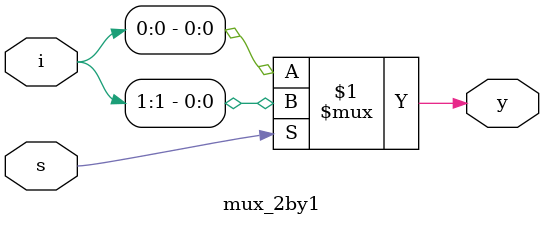
<source format=v>
`timescale 1ns / 1ps
module mux_2by1(i,s,y);
  input [1:0]i;
  input s;
  output y;
  assign y=s?i[1]:i[0];
endmodule

</source>
